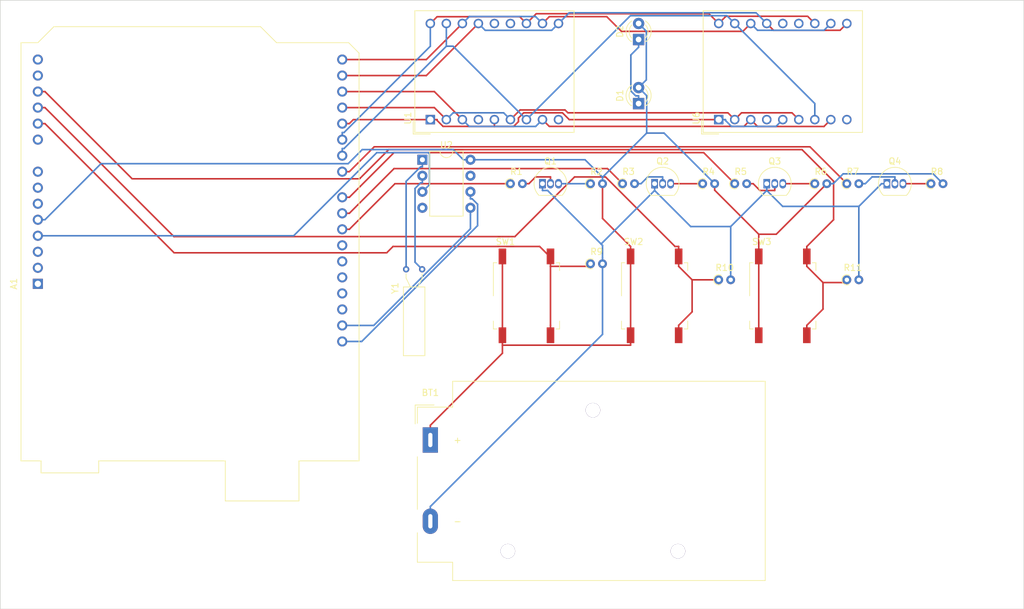
<source format=kicad_pcb>
(kicad_pcb (version 20211014) (generator pcbnew)
  (layers (0 "F.Cu" signal) (31 "B.Cu" signal) (34 "B.Paste" user) (35 "F.Paste" user) (36 "B.SilkS" user "B.Silkscreen") (37 "F.SilkS" user "F.Silkscreen") (38 "B.Mask" user) (39 "F.Mask" user) (44 "Edge.Cuts" user))
  (net 0 "")
  (net 4 "3.3V")
  (net 5 "5V")
  (net 10 "SDB1")
  (net 11 "ICB2")
  (net 12 "FCB3")
  (net 15 "A1")
  (net 16 "A2")
  (net 17 "A3")
  (net 18 "A4")
  (net 19 "A5")
  (net 20 "A6")
  (net 21 "A7")
  (net 22 "D4")
  (net 23 "D3")
  (net 24 "D2")
  (net 25 "D1")
  (net 30 "SDL")
  (net 31 "SCL")
  (net 32 "GND")
  (net 33 "Net-(Q1-Pad2)")
  (net 34 "C1")
  (net 35 "Net-(Q2-Pad2)")
  (net 36 "C2")
  (net 37 "Net-(Q3-Pad2)")
  (net 38 "C3")
  (net 39 "Net-(Q4-Pad2)")
  (net 40 "C4")
  (net 45 "Net-(U2-Pad1)")
  (net 46 "Net-(U2-Pad2)")
  (net 53 "Net-(D1-Pad1)")
  (net 54 "Net-(U2-Pad4)")
  (footprint "LED_THT:LED_D3.0mm" (layer "F.Cu") (at 113.90065 31.115 90)
    (fp_text reference "D1" (at 1.27 -2.96 90) (layer "F.SilkS"))
    (fp_text value "LED")
    (pad "1" thru_hole rect (at 0 0 90) (size 1.8 1.8) (drill 0.9) (layers *.Cu *.Mask) (net 53 "Net-(D1-Pad1)"))
    (pad "2" thru_hole circle (at 2.54 0 90) (size 1.8 1.8) (drill 0.9) (layers *.Cu *.Mask) (net 5 "5V"))
  )
  (footprint "Crystal:Crystal_AT310_D3.0mm_L10.0mm_Horizontal" (layer "F.Cu") (at 77.04065 57.385)
    (fp_text reference "Y1" (at -1.75 3 90) (layer "F.SilkS"))
    (fp_text value "Crystal")
    (pad "1" thru_hole circle (at 0 0) (size 1 1) (drill 0.5) (layers *.Cu *.Mask) (net 45 "Net-(U2-Pad1)"))
    (pad "2" thru_hole circle (at 2.54 0) (size 1 1) (drill 0.5) (layers *.Cu *.Mask) (net 46 "Net-(U2-Pad2)"))
  )
  (footprint "Button_Switch_SMD:SW_MEC_5GSH9" (layer "F.Cu") (at 116.44065 61.595)
    (fp_text reference "SW2" (at -3.325 -8.575 180) (layer "F.SilkS"))
    (fp_text value "SW_MEC_5G")
    (pad "1" smd rect (at -3.81 -6.25 90) (size 2.5 1.2) (layers "F.Cu" "F.Paste" "F.Mask") (net 5 "5V"))
    (pad "2" smd rect (at -3.81 6.25 90) (size 2.5 1.2) (layers "F.Cu" "F.Paste" "F.Mask") (net 5 "5V"))
    (pad "3" smd rect (at 3.81 -6.25 90) (size 2.5 1.2) (layers "F.Cu" "F.Paste" "F.Mask") (net 11 "ICB2"))
    (pad "4" smd rect (at 3.81 6.25 90) (size 2.5 1.2) (layers "F.Cu" "F.Paste" "F.Mask") (net 11 "ICB2"))
  )
  (footprint "Resistor_THT:R_Axial_DIN0204_L3.6mm_D1.6mm_P1.90mm_Vertical" (layer "F.Cu") (at 129.14065 43.815)
    (fp_text reference "R5" (at 0.95 -1.92) (layer "F.SilkS"))
    (fp_text value "200")
    (pad "1" thru_hole circle (at 0 0) (size 1.4 1.4) (drill 0.7) (layers *.Cu *.Mask) (net 23 "D3"))
    (pad "2" thru_hole oval (at 1.9 0) (size 1.4 1.4) (drill 0.7) (layers *.Cu *.Mask) (net 37 "Net-(Q3-Pad2)"))
  )
  (footprint "Button_Switch_SMD:SW_MEC_5GSH9" (layer "F.Cu") (at 96.12065 61.595)
    (fp_text reference "SW1" (at -3.325 -8.575 180) (layer "F.SilkS"))
    (fp_text value "SW_MEC_5G")
    (pad "1" smd rect (at -3.81 -6.25 90) (size 2.5 1.2) (layers "F.Cu" "F.Paste" "F.Mask") (net 5 "5V"))
    (pad "2" smd rect (at -3.81 6.25 90) (size 2.5 1.2) (layers "F.Cu" "F.Paste" "F.Mask") (net 5 "5V"))
    (pad "3" smd rect (at 3.81 -6.25 90) (size 2.5 1.2) (layers "F.Cu" "F.Paste" "F.Mask") (net 10 "SDB1"))
    (pad "4" smd rect (at 3.81 6.25 90) (size 2.5 1.2) (layers "F.Cu" "F.Paste" "F.Mask") (net 10 "SDB1"))
  )
  (footprint "Resistor_THT:R_Axial_DIN0204_L3.6mm_D1.6mm_P1.90mm_Vertical" (layer "F.Cu") (at 124.06065 43.815)
    (fp_text reference "R4" (at 0.95 -1.92) (layer "F.SilkS"))
    (fp_text value "200")
    (pad "1" thru_hole circle (at 0 0) (size 1.4 1.4) (drill 0.7) (layers *.Cu *.Mask) (net 36 "C2"))
    (pad "2" thru_hole oval (at 1.9 0) (size 1.4 1.4) (drill 0.7) (layers *.Cu *.Mask) (net 5 "5V"))
  )
  (footprint "Package_TO_SOT_THT:TO-92_Inline" (layer "F.Cu") (at 134.22065 43.815)
    (fp_text reference "Q3" (at 1.27 -3.56) (layer "F.SilkS"))
    (fp_text value "PN2222A")
    (pad "1" thru_hole rect (at 0 0) (size 1.05 1.5) (drill 0.75) (layers *.Cu *.Mask) (net 32 "GND"))
    (pad "2" thru_hole oval (at 1.27 0) (size 1.05 1.5) (drill 0.75) (layers *.Cu *.Mask) (net 37 "Net-(Q3-Pad2)"))
    (pad "3" thru_hole oval (at 2.54 0) (size 1.05 1.5) (drill 0.75) (layers *.Cu *.Mask) (net 38 "C3"))
  )
  (footprint "Resistor_THT:R_Axial_DIN0204_L3.6mm_D1.6mm_P1.90mm_Vertical" (layer "F.Cu") (at 93.58065 43.815)
    (fp_text reference "R1" (at 0.95 -1.92) (layer "F.SilkS"))
    (fp_text value "200")
    (pad "1" thru_hole circle (at 0 0) (size 1.4 1.4) (drill 0.7) (layers *.Cu *.Mask) (net 25 "D1"))
    (pad "2" thru_hole oval (at 1.9 0) (size 1.4 1.4) (drill 0.7) (layers *.Cu *.Mask) (net 33 "Net-(Q1-Pad2)"))
  )
  (footprint "Resistor_THT:R_Axial_DIN0204_L3.6mm_D1.6mm_P1.90mm_Vertical" (layer "F.Cu") (at 160.26065 43.815)
    (fp_text reference "R8" (at 0.95 -1.92) (layer "F.SilkS"))
    (fp_text value "200")
    (pad "1" thru_hole circle (at 0 0) (size 1.4 1.4) (drill 0.7) (layers *.Cu *.Mask) (net 40 "C4"))
    (pad "2" thru_hole oval (at 1.9 0) (size 1.4 1.4) (drill 0.7) (layers *.Cu *.Mask) (net 5 "5V"))
  )
  (footprint "Battery:BatteryHolder_MPD_BA9VPC_1xPP3" (layer "F.Cu") (at 80.88065 84.455)
    (fp_text reference "BT1" (at 0 -7.5) (layer "F.SilkS"))
    (fp_text value "Battery")
    (fp_text user "-" (at 3.6 12.88) (layer "F.SilkS") (effects (justify left)))
    (fp_text user "+" (at 3.6 0) (layer "F.SilkS") (effects (justify left)))
    (pad "" np_thru_hole circle locked (at 25.78 -4.73) (size 2.3 2.3) (drill 2.29) (layers *.Cu *.Mask))
    (pad "" np_thru_hole circle locked (at 39.26 17.62) (size 2.3 2.3) (drill 2.29) (layers *.Cu *.Mask))
    (pad "" np_thru_hole circle locked (at 12.29 17.62) (size 2.3 2.3) (drill 2.29) (layers *.Cu *.Mask))
    (pad "1" thru_hole rect locked (at 0 0) (size 2.41 4.02) (drill oval 0.66 2.27) (layers *.Cu *.Mask) (net 5 "5V"))
    (pad "2" thru_hole oval locked (at 0 12.88) (size 2.41 4.02) (drill oval 0.66 2.27) (layers *.Cu *.Mask) (net 32 "GND"))
  )
  (footprint "Package_TO_SOT_THT:TO-92_Inline" (layer "F.Cu") (at 153.27065 43.815)
    (fp_text reference "Q4" (at 1.27 -3.56) (layer "F.SilkS"))
    (fp_text value "PN2222A")
    (pad "1" thru_hole rect (at 0 0) (size 1.05 1.5) (drill 0.75) (layers *.Cu *.Mask) (net 32 "GND"))
    (pad "2" thru_hole oval (at 1.27 0) (size 1.05 1.5) (drill 0.75) (layers *.Cu *.Mask) (net 39 "Net-(Q4-Pad2)"))
    (pad "3" thru_hole oval (at 2.54 0) (size 1.05 1.5) (drill 0.75) (layers *.Cu *.Mask) (net 40 "C4"))
  )
  (footprint "Resistor_THT:R_Axial_DIN0204_L3.6mm_D1.6mm_P1.90mm_Vertical" (layer "F.Cu") (at 106.28065 43.815)
    (fp_text reference "R2" (at 0.95 -1.92) (layer "F.SilkS"))
    (fp_text value "200")
    (pad "1" thru_hole circle (at 0 0) (size 1.4 1.4) (drill 0.7) (layers *.Cu *.Mask) (net 34 "C1"))
    (pad "2" thru_hole oval (at 1.9 0) (size 1.4 1.4) (drill 0.7) (layers *.Cu *.Mask) (net 5 "5V"))
  )
  (footprint "Package_TO_SOT_THT:TO-92_Inline" (layer "F.Cu") (at 98.66065 43.815)
    (fp_text reference "Q1" (at 1.27 -3.56) (layer "F.SilkS"))
    (fp_text value "PN2222A")
    (pad "1" thru_hole rect (at 0 0) (size 1.05 1.5) (drill 0.75) (layers *.Cu *.Mask) (net 32 "GND"))
    (pad "2" thru_hole oval (at 1.27 0) (size 1.05 1.5) (drill 0.75) (layers *.Cu *.Mask) (net 33 "Net-(Q1-Pad2)"))
    (pad "3" thru_hole oval (at 2.54 0) (size 1.05 1.5) (drill 0.75) (layers *.Cu *.Mask) (net 34 "C1"))
  )
  (footprint "Resistor_THT:R_Axial_DIN0204_L3.6mm_D1.6mm_P1.90mm_Vertical" (layer "F.Cu") (at 146.92065 43.815)
    (fp_text reference "R7" (at 0.95 -1.92) (layer "F.SilkS"))
    (fp_text value "200")
    (pad "1" thru_hole circle (at 0 0) (size 1.4 1.4) (drill 0.7) (layers *.Cu *.Mask) (net 22 "D4"))
    (pad "2" thru_hole oval (at 1.9 0) (size 1.4 1.4) (drill 0.7) (layers *.Cu *.Mask) (net 39 "Net-(Q4-Pad2)"))
  )
  (footprint "Display_7Segment:DA56-11SURKWA" (layer "F.Cu") (at 80.88065 33.655 90)
    (fp_text reference "U1" (at 0.23 -3.55 90) (layer "F.SilkS"))
    (fp_text value "DC56-11EWA")
    (pad "1" thru_hole rect (at 0 0 90) (size 1.5 1.5) (drill 1) (layers *.Cu *.Mask) (net 19 "A5"))
    (pad "2" thru_hole circle (at 0 2.54 90) (size 1.5 1.5) (drill 1) (layers *.Cu *.Mask) (net 18 "A4"))
    (pad "3" thru_hole circle (at 0 5.08 90) (size 1.5 1.5) (drill 1) (layers *.Cu *.Mask) (net 17 "A3"))
    (pad "4" thru_hole circle (at 0 7.62 90) (size 1.5 1.5) (drill 1) (layers *.Cu *.Mask))
    (pad "5" thru_hole circle (at 0 10.16 90) (size 1.5 1.5) (drill 1) (layers *.Cu *.Mask) (net 19 "A5"))
    (pad "6" thru_hole circle (at 0 12.7 90) (size 1.5 1.5) (drill 1) (layers *.Cu *.Mask) (net 18 "A4"))
    (pad "7" thru_hole circle (at 0 15.24 90) (size 1.5 1.5) (drill 1) (layers *.Cu *.Mask) (net 21 "A7"))
    (pad "8" thru_hole circle (at 0 17.78 90) (size 1.5 1.5) (drill 1) (layers *.Cu *.Mask) (net 17 "A3"))
    (pad "9" thru_hole circle (at 0 20.32 90) (size 1.5 1.5) (drill 1) (layers *.Cu *.Mask))
    (pad "10" thru_hole circle (at 15.24 20.32 90) (size 1.5 1.5) (drill 1) (layers *.Cu *.Mask) (net 16 "A2"))
    (pad "11" thru_hole circle (at 15.24 17.78 90) (size 1.5 1.5) (drill 1) (layers *.Cu *.Mask) (net 15 "A1"))
    (pad "12" thru_hole circle (at 15.24 15.24 90) (size 1.5 1.5) (drill 1) (layers *.Cu *.Mask) (net 20 "A6"))
    (pad "13" thru_hole circle (at 15.24 12.7 90) (size 1.5 1.5) (drill 1) (layers *.Cu *.Mask))
    (pad "14" thru_hole circle (at 15.24 10.16 90) (size 1.5 1.5) (drill 1) (layers *.Cu *.Mask))
    (pad "15" thru_hole circle (at 15.24 7.62 90) (size 1.5 1.5) (drill 1) (layers *.Cu *.Mask) (net 16 "A2"))
    (pad "16" thru_hole circle (at 15.24 5.08 90) (size 1.5 1.5) (drill 1) (layers *.Cu *.Mask) (net 15 "A1"))
    (pad "17" thru_hole circle (at 15.24 2.54 90) (size 1.5 1.5) (drill 1) (layers *.Cu *.Mask) (net 21 "A7"))
    (pad "18" thru_hole circle (at 15.24 0 90) (size 1.5 1.5) (drill 1) (layers *.Cu *.Mask) (net 20 "A6"))
  )
  (footprint "Package_TO_SOT_THT:TO-92_Inline" (layer "F.Cu") (at 116.44065 43.815)
    (fp_text reference "Q2" (at 1.27 -3.56) (layer "F.SilkS"))
    (fp_text value "PN2222A")
    (pad "1" thru_hole rect (at 0 0) (size 1.05 1.5) (drill 0.75) (layers *.Cu *.Mask) (net 32 "GND"))
    (pad "2" thru_hole oval (at 1.27 0) (size 1.05 1.5) (drill 0.75) (layers *.Cu *.Mask) (net 35 "Net-(Q2-Pad2)"))
    (pad "3" thru_hole oval (at 2.54 0) (size 1.05 1.5) (drill 0.75) (layers *.Cu *.Mask) (net 36 "C2"))
  )
  (footprint "Resistor_THT:R_Axial_DIN0204_L3.6mm_D1.6mm_P1.90mm_Vertical" (layer "F.Cu") (at 111.36065 43.815)
    (fp_text reference "R3" (at 0.95 -1.92) (layer "F.SilkS"))
    (fp_text value "200")
    (pad "1" thru_hole circle (at 0 0) (size 1.4 1.4) (drill 0.7) (layers *.Cu *.Mask) (net 24 "D2"))
    (pad "2" thru_hole oval (at 1.9 0) (size 1.4 1.4) (drill 0.7) (layers *.Cu *.Mask) (net 35 "Net-(Q2-Pad2)"))
  )
  (footprint "Resistor_THT:R_Axial_DIN0204_L3.6mm_D1.6mm_P1.90mm_Vertical" (layer "F.Cu") (at 146.92065 59.055)
    (fp_text reference "R11" (at 0.95 -1.92) (layer "F.SilkS"))
    (fp_text value "10k")
    (pad "1" thru_hole circle (at 0 0) (size 1.4 1.4) (drill 0.7) (layers *.Cu *.Mask) (net 12 "FCB3"))
    (pad "2" thru_hole oval (at 1.9 0) (size 1.4 1.4) (drill 0.7) (layers *.Cu *.Mask) (net 32 "GND"))
  )
  (footprint "Resistor_THT:R_Axial_DIN0204_L3.6mm_D1.6mm_P1.90mm_Vertical" (layer "F.Cu") (at 141.84065 43.815)
    (fp_text reference "R6" (at 0.95 -1.92) (layer "F.SilkS"))
    (fp_text value "200")
    (pad "1" thru_hole circle (at 0 0) (size 1.4 1.4) (drill 0.7) (layers *.Cu *.Mask) (net 38 "C3"))
    (pad "2" thru_hole oval (at 1.9 0) (size 1.4 1.4) (drill 0.7) (layers *.Cu *.Mask) (net 5 "5V"))
  )
  (footprint "Button_Switch_SMD:SW_MEC_5GSH9" (layer "F.Cu") (at 136.76065 61.595)
    (fp_text reference "SW3" (at -3.325 -8.575 180) (layer "F.SilkS"))
    (fp_text value "SW_MEC_5G")
    (pad "1" smd rect (at -3.81 -6.25 90) (size 2.5 1.2) (layers "F.Cu" "F.Paste" "F.Mask") (net 5 "5V"))
    (pad "2" smd rect (at -3.81 6.25 90) (size 2.5 1.2) (layers "F.Cu" "F.Paste" "F.Mask") (net 5 "5V"))
    (pad "3" smd rect (at 3.81 -6.25 90) (size 2.5 1.2) (layers "F.Cu" "F.Paste" "F.Mask") (net 12 "FCB3"))
    (pad "4" smd rect (at 3.81 6.25 90) (size 2.5 1.2) (layers "F.Cu" "F.Paste" "F.Mask") (net 12 "FCB3"))
  )
  (footprint "Display_7Segment:DA56-11SURKWA" (layer "F.Cu") (at 126.60065 33.655 90)
    (fp_text reference "U6" (at 0.23 -3.55 90) (layer "F.SilkS"))
    (fp_text value "DC56-11EWA")
    (pad "1" thru_hole rect (at 0 0 90) (size 1.5 1.5) (drill 1) (layers *.Cu *.Mask) (net 19 "A5"))
    (pad "2" thru_hole circle (at 0 2.54 90) (size 1.5 1.5) (drill 1) (layers *.Cu *.Mask) (net 18 "A4"))
    (pad "3" thru_hole circle (at 0 5.08 90) (size 1.5 1.5) (drill 1) (layers *.Cu *.Mask) (net 17 "A3"))
    (pad "4" thru_hole circle (at 0 7.62 90) (size 1.5 1.5) (drill 1) (layers *.Cu *.Mask))
    (pad "5" thru_hole circle (at 0 10.16 90) (size 1.5 1.5) (drill 1) (layers *.Cu *.Mask) (net 19 "A5"))
    (pad "6" thru_hole circle (at 0 12.7 90) (size 1.5 1.5) (drill 1) (layers *.Cu *.Mask) (net 18 "A4"))
    (pad "7" thru_hole circle (at 0 15.24 90) (size 1.5 1.5) (drill 1) (layers *.Cu *.Mask) (net 21 "A7"))
    (pad "8" thru_hole circle (at 0 17.78 90) (size 1.5 1.5) (drill 1) (layers *.Cu *.Mask) (net 17 "A3"))
    (pad "9" thru_hole circle (at 0 20.32 90) (size 1.5 1.5) (drill 1) (layers *.Cu *.Mask))
    (pad "10" thru_hole circle (at 15.24 20.32 90) (size 1.5 1.5) (drill 1) (layers *.Cu *.Mask) (net 16 "A2"))
    (pad "11" thru_hole circle (at 15.24 17.78 90) (size 1.5 1.5) (drill 1) (layers *.Cu *.Mask) (net 15 "A1"))
    (pad "12" thru_hole circle (at 15.24 15.24 90) (size 1.5 1.5) (drill 1) (layers *.Cu *.Mask) (net 20 "A6"))
    (pad "13" thru_hole circle (at 15.24 12.7 90) (size 1.5 1.5) (drill 1) (layers *.Cu *.Mask))
    (pad "14" thru_hole circle (at 15.24 10.16 90) (size 1.5 1.5) (drill 1) (layers *.Cu *.Mask))
    (pad "15" thru_hole circle (at 15.24 7.62 90) (size 1.5 1.5) (drill 1) (layers *.Cu *.Mask) (net 16 "A2"))
    (pad "16" thru_hole circle (at 15.24 5.08 90) (size 1.5 1.5) (drill 1) (layers *.Cu *.Mask) (net 15 "A1"))
    (pad "17" thru_hole circle (at 15.24 2.54 90) (size 1.5 1.5) (drill 1) (layers *.Cu *.Mask) (net 21 "A7"))
    (pad "18" thru_hole circle (at 15.24 0 90) (size 1.5 1.5) (drill 1) (layers *.Cu *.Mask) (net 20 "A6"))
  )
  (footprint "Module:Arduino_UNO_R3_WithMountingHoles" (layer "F.Cu") (at 18.65065 59.69 90)
    (fp_text reference "A1" (at 0 -3.81 90) (layer "F.SilkS"))
    (fp_text value "Arduino_UNO_R3")
    (pad "" np_thru_hole circle (at -13.97 0 180) (size 3.2 3.2) (drill 3.2) (layers *.Cu *.Mask))
    (pad "" np_thru_hole circle (at 38.1 5.08 180) (size 3.2 3.2) (drill 3.2) (layers *.Cu *.Mask))
    (pad "" np_thru_hole circle (at -12.7 48.26 180) (size 3.2 3.2) (drill 3.2) (layers *.Cu *.Mask))
    (pad "" np_thru_hole circle (at 38.1 33.02 180) (size 3.2 3.2) (drill 3.2) (layers *.Cu *.Mask))
    (pad "1" thru_hole rect (at 0 0 180) (size 1.6 1.6) (drill 1) (layers *.Cu *.Mask))
    (pad "2" thru_hole oval (at 2.54 0 180) (size 1.6 1.6) (drill 1) (layers *.Cu *.Mask))
    (pad "3" thru_hole oval (at 5.08 0 180) (size 1.6 1.6) (drill 1) (layers *.Cu *.Mask))
    (pad "4" thru_hole oval (at 7.62 0 180) (size 1.6 1.6) (drill 1) (layers *.Cu *.Mask) (net 4 "3.3V"))
    (pad "5" thru_hole oval (at 10.16 0 180) (size 1.6 1.6) (drill 1) (layers *.Cu *.Mask) (net 5 "5V"))
    (pad "6" thru_hole oval (at 12.7 0 180) (size 1.6 1.6) (drill 1) (layers *.Cu *.Mask))
    (pad "7" thru_hole oval (at 15.24 0 180) (size 1.6 1.6) (drill 1) (layers *.Cu *.Mask))
    (pad "8" thru_hole oval (at 17.78 0 180) (size 1.6 1.6) (drill 1) (layers *.Cu *.Mask))
    (pad "9" thru_hole oval (at 22.86 0 180) (size 1.6 1.6) (drill 1) (layers *.Cu *.Mask))
    (pad "10" thru_hole oval (at 25.4 0 180) (size 1.6 1.6) (drill 1) (layers *.Cu *.Mask) (net 10 "SDB1"))
    (pad "11" thru_hole oval (at 27.94 0 180) (size 1.6 1.6) (drill 1) (layers *.Cu *.Mask) (net 11 "ICB2"))
    (pad "12" thru_hole oval (at 30.48 0 180) (size 1.6 1.6) (drill 1) (layers *.Cu *.Mask) (net 12 "FCB3"))
    (pad "13" thru_hole oval (at 33.02 0 180) (size 1.6 1.6) (drill 1) (layers *.Cu *.Mask))
    (pad "14" thru_hole oval (at 35.56 0 180) (size 1.6 1.6) (drill 1) (layers *.Cu *.Mask))
    (pad "15" thru_hole oval (at 35.56 48.26 180) (size 1.6 1.6) (drill 1) (layers *.Cu *.Mask) (net 15 "A1"))
    (pad "16" thru_hole oval (at 33.02 48.26 180) (size 1.6 1.6) (drill 1) (layers *.Cu *.Mask) (net 16 "A2"))
    (pad "17" thru_hole oval (at 30.48 48.26 180) (size 1.6 1.6) (drill 1) (layers *.Cu *.Mask) (net 17 "A3"))
    (pad "18" thru_hole oval (at 27.94 48.26 180) (size 1.6 1.6) (drill 1) (layers *.Cu *.Mask) (net 18 "A4"))
    (pad "19" thru_hole oval (at 25.4 48.26 180) (size 1.6 1.6) (drill 1) (layers *.Cu *.Mask) (net 19 "A5"))
    (pad "20" thru_hole oval (at 22.86 48.26 180) (size 1.6 1.6) (drill 1) (layers *.Cu *.Mask) (net 20 "A6"))
    (pad "21" thru_hole oval (at 20.32 48.26 180) (size 1.6 1.6) (drill 1) (layers *.Cu *.Mask) (net 21 "A7"))
    (pad "22" thru_hole oval (at 17.78 48.26 180) (size 1.6 1.6) (drill 1) (layers *.Cu *.Mask) (net 22 "D4"))
    (pad "23" thru_hole oval (at 13.72 48.26 180) (size 1.6 1.6) (drill 1) (layers *.Cu *.Mask) (net 23 "D3"))
    (pad "24" thru_hole oval (at 11.18 48.26 180) (size 1.6 1.6) (drill 1) (layers *.Cu *.Mask) (net 24 "D2"))
    (pad "25" thru_hole oval (at 8.64 48.26 180) (size 1.6 1.6) (drill 1) (layers *.Cu *.Mask) (net 25 "D1"))
    (pad "26" thru_hole oval (at 6.1 48.26 180) (size 1.6 1.6) (drill 1) (layers *.Cu *.Mask))
    (pad "27" thru_hole oval (at 3.56 48.26 180) (size 1.6 1.6) (drill 1) (layers *.Cu *.Mask))
    (pad "28" thru_hole oval (at 1.02 48.26 180) (size 1.6 1.6) (drill 1) (layers *.Cu *.Mask))
    (pad "29" thru_hole oval (at -1.52 48.26 180) (size 1.6 1.6) (drill 1) (layers *.Cu *.Mask))
    (pad "30" thru_hole oval (at -4.06 48.26 180) (size 1.6 1.6) (drill 1) (layers *.Cu *.Mask))
    (pad "31" thru_hole oval (at -6.6 48.26 180) (size 1.6 1.6) (drill 1) (layers *.Cu *.Mask) (net 30 "SDL"))
    (pad "32" thru_hole oval (at -9.14 48.26 180) (size 1.6 1.6) (drill 1) (layers *.Cu *.Mask) (net 31 "SCL"))
  )
  (footprint "LED_THT:LED_D3.0mm" (layer "F.Cu") (at 113.90065 20.955 90)
    (fp_text reference "D2" (at 1.27 -2.96 90) (layer "F.SilkS"))
    (fp_text value "LED")
    (pad "1" thru_hole rect (at 0 0 90) (size 1.8 1.8) (drill 0.9) (layers *.Cu *.Mask) (net 53 "Net-(D1-Pad1)"))
    (pad "2" thru_hole circle (at 2.54 0 90) (size 1.8 1.8) (drill 0.9) (layers *.Cu *.Mask) (net 5 "5V"))
  )
  (footprint "Resistor_THT:R_Axial_DIN0204_L3.6mm_D1.6mm_P1.90mm_Vertical" (layer "F.Cu") (at 126.60065 59.055)
    (fp_text reference "R10" (at 0.95 -1.92) (layer "F.SilkS"))
    (fp_text value "10k")
    (pad "1" thru_hole circle (at 0 0) (size 1.4 1.4) (drill 0.7) (layers *.Cu *.Mask) (net 11 "ICB2"))
    (pad "2" thru_hole oval (at 1.9 0) (size 1.4 1.4) (drill 0.7) (layers *.Cu *.Mask) (net 32 "GND"))
  )
  (footprint "Package_DIP:DIP-8_W7.62mm" (layer "F.Cu") (at 79.62065 40.015)
    (fp_text reference "U2" (at 3.81 -2.33) (layer "F.SilkS"))
    (fp_text value "DS1307+")
    (pad "1" thru_hole rect (at 0 0) (size 1.6 1.6) (drill 0.8) (layers *.Cu *.Mask) (net 45 "Net-(U2-Pad1)"))
    (pad "2" thru_hole oval (at 0 2.54) (size 1.6 1.6) (drill 0.8) (layers *.Cu *.Mask) (net 46 "Net-(U2-Pad2)"))
    (pad "3" thru_hole oval (at 0 5.08) (size 1.6 1.6) (drill 0.8) (layers *.Cu *.Mask) (net 4 "3.3V"))
    (pad "4" thru_hole oval (at 0 7.62) (size 1.6 1.6) (drill 0.8) (layers *.Cu *.Mask) (net 54 "Net-(U2-Pad4)"))
    (pad "5" thru_hole oval (at 7.62 7.62) (size 1.6 1.6) (drill 0.8) (layers *.Cu *.Mask) (net 30 "SDL"))
    (pad "6" thru_hole oval (at 7.62 5.08) (size 1.6 1.6) (drill 0.8) (layers *.Cu *.Mask) (net 31 "SCL"))
    (pad "7" thru_hole oval (at 7.62 2.54) (size 1.6 1.6) (drill 0.8) (layers *.Cu *.Mask))
    (pad "8" thru_hole oval (at 7.62 0) (size 1.6 1.6) (drill 0.8) (layers *.Cu *.Mask) (net 5 "5V"))
  )
  (footprint "Resistor_THT:R_Axial_DIN0204_L3.6mm_D1.6mm_P1.90mm_Vertical" (layer "F.Cu") (at 106.28065 56.515)
    (fp_text reference "R9" (at 0.95 -1.92) (layer "F.SilkS"))
    (fp_text value "10k")
    (pad "1" thru_hole circle (at 0 0) (size 1.4 1.4) (drill 0.7) (layers *.Cu *.Mask) (net 10 "SDB1"))
    (pad "2" thru_hole oval (at 1.9 0) (size 1.4 1.4) (drill 0.7) (layers *.Cu *.Mask) (net 32 "GND"))
  )
  (gr_line (start 12.7 14.74) (end 174.98065 14.74) (layer "Edge.Cuts") (width 0.1))
  (gr_line (start 174.98065 111.26) (end 12.7 111.26) (layer "Edge.Cuts") (width 0.1))
  (gr_line (start 174.98065 111.26) (end 174.98065 14.74) (layer "Edge.Cuts") (width 0.1))
  (gr_line (start 12.7 111.26) (end 12.7 14.74) (layer "Edge.Cuts") (width 0.1))
  (segment (start 80.74605 43.9696) (end 80.74605 39.0684) (width 0.25) (layer "B.Cu") (net 4))
  (segment (start 59.21175 52.07) (end 18.65065 52.07) (width 0.25) (layer "B.Cu") (net 4))
  (segment (start 80.74605 39.0684) (end 80.56725 38.8896) (width 0.25) (layer "B.Cu") (net 4))
  (segment (start 80.56725 38.8896) (end 72.39215 38.8896) (width 0.25) (layer "B.Cu") (net 4))
  (segment (start 79.62065 45.095) (end 80.74605 43.9696) (width 0.25) (layer "B.Cu") (net 4))
  (segment (start 72.39215 38.8896) (end 59.21175 52.07) (width 0.25) (layer "B.Cu") (net 4))
  (segment (start 132.95065 67.845) (end 132.95065 55.345) (width 0.25) (layer "F.Cu") (net 5))
  (segment (start 112.63065 55.345) (end 112.63065 53.7697) (width 0.25) (layer "F.Cu") (net 5))
  (segment (start 135.72535 51.8303) (end 143.74065 43.815) (width 0.25) (layer "F.Cu") (net 5))
  (segment (start 132.95065 51.8303) (end 135.72535 51.8303) (width 0.25) (layer "F.Cu") (net 5))
  (segment (start 80.88065 82.1197) (end 92.31065 70.6897) (width 0.25) (layer "F.Cu") (net 5))
  (segment (start 92.31065 70.6897) (end 92.31065 69.4203) (width 0.25) (layer "F.Cu") (net 5))
  (segment (start 108.18065 43.815) (end 108.18065 49.3197) (width 0.25) (layer "F.Cu") (net 5))
  (segment (start 112.63065 55.345) (end 112.63065 67.845) (width 0.25) (layer "F.Cu") (net 5))
  (segment (start 92.31065 67.845) (end 92.31065 55.345) (width 0.25) (layer "F.Cu") (net 5))
  (segment (start 92.31065 69.4203) (end 112.63065 69.4203) (width 0.25) (layer "F.Cu") (net 5))
  (segment (start 125.96065 44.8403) (end 132.95065 51.8303) (width 0.25) (layer "F.Cu") (net 5))
  (segment (start 125.96065 43.815) (end 125.96065 44.8403) (width 0.25) (layer "F.Cu") (net 5))
  (segment (start 108.18065 49.3197) (end 112.63065 53.7697) (width 0.25) (layer "F.Cu") (net 5))
  (segment (start 132.95065 51.8303) (end 132.95065 55.345) (width 0.25) (layer "F.Cu") (net 5))
  (segment (start 92.31065 67.845) (end 92.31065 69.4203) (width 0.25) (layer "F.Cu") (net 5))
  (segment (start 80.88065 84.455) (end 80.88065 82.1197) (width 0.25) (layer "F.Cu") (net 5))
  (segment (start 112.63065 67.845) (end 112.63065 69.4203) (width 0.25) (layer "F.Cu") (net 5))
  (segment (start 86.67805 40.015) (end 86.11535 40.015) (width 0.25) (layer "B.Cu") (net 5))
  (segment (start 19.77595 49.53) (end 28.66595 40.64) (width 0.25) (layer "B.Cu") (net 5))
  (segment (start 160.59965 42.254) (end 162.16065 43.815) (width 0.25) (layer "B.Cu") (net 5))
  (segment (start 146.32695 42.254) (end 160.59965 42.254) (width 0.25) (layer "B.Cu") (net 5))
  (segment (start 143.74065 43.815) (end 144.76595 43.815) (width 0.25) (layer "B.Cu") (net 5))
  (segment (start 115.12605 27.3496) (end 113.90065 28.575) (width 0.25) (layer "B.Cu") (net 5))
  (segment (start 28.66595 40.64) (end 67.85405 40.64) (width 0.25) (layer "B.Cu") (net 5))
  (segment (start 87.24065 40.015) (end 105.40595 40.015) (width 0.25) (layer "B.Cu") (net 5))
  (segment (start 125.96065 43.815) (end 117.93765 35.792) (width 0.25) (layer "B.Cu") (net 5))
  (segment (start 18.65065 49.53) (end 19.77595 49.53) (width 0.25) (layer "B.Cu") (net 5))
  (segment (start 108.18065 43.815) (end 108.18065 42.7897) (width 0.25) (layer "B.Cu") (net 5))
  (segment (start 67.85405 40.64) (end 70.08625 38.4078) (width 0.25) (layer "B.Cu") (net 5))
  (segment (start 115.12605 19.6404) (end 115.12605 27.3496) (width 0.25) (layer "B.Cu") (net 5))
  (segment (start 113.90065 28.575) (end 115.17835 29.8527) (width 0.25) (layer "B.Cu") (net 5))
  (segment (start 115.17835 29.8527) (end 115.17835 35.792) (width 0.25) (layer "B.Cu") (net 5))
  (segment (start 105.40595 40.015) (end 108.18065 42.7897) (width 0.25) (layer "B.Cu") (net 5))
  (segment (start 70.08625 38.4078) (end 84.50815 38.4078) (width 0.25) (layer "B.Cu") (net 5))
  (segment (start 144.76595 43.815) (end 146.32695 42.254) (width 0.25) (layer "B.Cu") (net 5))
  (segment (start 86.67805 40.015) (end 87.24065 40.015) (width 0.25) (layer "B.Cu") (net 5))
  (segment (start 113.90065 18.415) (end 115.12605 19.6404) (width 0.25) (layer "B.Cu") (net 5))
  (segment (start 84.50815 38.4078) (end 86.11535 40.015) (width 0.25) (layer "B.Cu") (net 5))
  (segment (start 115.17835 35.792) (end 108.18065 42.7897) (width 0.25) (layer "B.Cu") (net 5))
  (segment (start 117.93765 35.792) (end 115.17835 35.792) (width 0.25) (layer "B.Cu") (net 5))
  (segment (start 99.93065 55.5299) (end 99.93065 56.9203) (width 0.25) (layer "F.Cu") (net 10))
  (segment (start 106.28065 56.515) (end 105.87535 56.9203) (width 0.25) (layer "F.Cu") (net 10))
  (segment (start 105.87535 56.9203) (end 99.93065 56.9203) (width 0.25) (layer "F.Cu") (net 10))
  (segment (start 18.65065 34.29) (end 19.77595 34.29) (width 0.25) (layer "F.Cu") (net 10))
  (segment (start 74.96635 53.7696) (end 73.96675 54.7692) (width 0.25) (layer "F.Cu") (net 10))
  (segment (start 40.25515 54.7692) (end 19.77595 34.29) (width 0.25) (layer "F.Cu") (net 10))
  (segment (start 99.93065 67.845) (end 99.93065 66.2697) (width 0.25) (layer "F.Cu") (net 10))
  (segment (start 98.21065 53.7696) (end 74.96635 53.7696) (width 0.25) (layer "F.Cu") (net 10))
  (segment (start 99.93065 56.9203) (end 99.93065 66.2697) (width 0.25) (layer "F.Cu") (net 10))
  (segment (start 99.93065 55.345) (end 99.93065 55.4896) (width 0.25) (layer "F.Cu") (net 10))
  (segment (start 99.93065 55.5299) (end 99.93065 55.4896) (width 0.25) (layer "F.Cu") (net 10))
  (segment (start 73.96675 54.7692) (end 40.25515 54.7692) (width 0.25) (layer "F.Cu") (net 10))
  (segment (start 99.93065 55.4896) (end 98.21065 53.7696) (width 0.25) (layer "F.Cu") (net 10))
  (segment (start 119.67695 53.7697) (end 108.65245 42.7452) (width 0.25) (layer "F.Cu") (net 11))
  (segment (start 122.38535 59.055) (end 120.25065 56.9203) (width 0.25) (layer "F.Cu") (net 11))
  (segment (start 103.74565 42.7452) (end 94.28855 52.2023) (width 0.25) (layer "F.Cu") (net 11))
  (segment (start 40.22825 52.2023) (end 19.77595 31.75) (width 0.25) (layer "F.Cu") (net 11))
  (segment (start 120.25065 67.845) (end 120.25065 66.2697) (width 0.25) (layer "F.Cu") (net 11))
  (segment (start 18.65065 31.75) (end 19.77595 31.75) (width 0.25) (layer "F.Cu") (net 11))
  (segment (start 122.38535 59.055) (end 122.38535 64.135) (width 0.25) (layer "F.Cu") (net 11))
  (segment (start 108.65245 42.7452) (end 103.74565 42.7452) (width 0.25) (layer "F.Cu") (net 11))
  (segment (start 120.25065 55.345) (end 120.25065 53.7697) (width 0.25) (layer "F.Cu") (net 11))
  (segment (start 120.25065 53.7697) (end 119.67695 53.7697) (width 0.25) (layer "F.Cu") (net 11))
  (segment (start 94.28855 52.2023) (end 40.22825 52.2023) (width 0.25) (layer "F.Cu") (net 11))
  (segment (start 126.60065 59.055) (end 122.38535 59.055) (width 0.25) (layer "F.Cu") (net 11))
  (segment (start 122.38535 64.135) (end 120.25065 66.2697) (width 0.25) (layer "F.Cu") (net 11))
  (segment (start 120.25065 55.345) (end 120.25065 56.9203) (width 0.25) (layer "F.Cu") (net 11))
  (segment (start 140.57065 66.2697) (end 143.13765 63.7027) (width 0.25) (layer "F.Cu") (net 12))
  (segment (start 33.60225 43.0363) (end 69.65835 43.0363) (width 0.25) (layer "F.Cu") (net 12))
  (segment (start 146.48835 59.4873) (end 143.13765 59.4873) (width 0.25) (layer "F.Cu") (net 12))
  (segment (start 146.92065 59.055) (end 146.48835 59.4873) (width 0.25) (layer "F.Cu") (net 12))
  (segment (start 144.81405 49.5263) (end 140.57065 53.7697) (width 0.25) (layer "F.Cu") (net 12))
  (segment (start 140.57065 67.845) (end 140.57065 66.2697) (width 0.25) (layer "F.Cu") (net 12))
  (segment (start 139.80935 38.4121) (end 144.81405 43.4168) (width 0.25) (layer "F.Cu") (net 12))
  (segment (start 144.81405 43.4168) (end 144.81405 49.5263) (width 0.25) (layer "F.Cu") (net 12))
  (segment (start 143.13765 59.4873) (end 140.57065 56.9203) (width 0.25) (layer "F.Cu") (net 12))
  (segment (start 69.65835 43.0363) (end 74.28255 38.4121) (width 0.25) (layer "F.Cu") (net 12))
  (segment (start 143.13765 63.7027) (end 143.13765 59.4873) (width 0.25) (layer "F.Cu") (net 12))
  (segment (start 19.77595 29.21) (end 33.60225 43.0363) (width 0.25) (layer "F.Cu") (net 12))
  (segment (start 140.57065 55.345) (end 140.57065 56.9203) (width 0.25) (layer "F.Cu") (net 12))
  (segment (start 140.57065 55.345) (end 140.57065 53.7697) (width 0.25) (layer "F.Cu") (net 12))
  (segment (start 18.65065 29.21) (end 19.77595 29.21) (width 0.25) (layer "F.Cu") (net 12))
  (segment (start 74.28255 38.4121) (end 139.80935 38.4121) (width 0.25) (layer "F.Cu") (net 12))
  (segment (start 130.43165 19.664) (end 131.68065 18.415) (width 0.25) (layer "F.Cu") (net 15))
  (segment (start 98.66065 18.415) (end 99.75045 17.3252) (width 0.25) (layer "F.Cu") (net 15))
  (segment (start 99.75045 17.3252) (end 108.84255 17.3252) (width 0.25) (layer "F.Cu") (net 15))
  (segment (start 80.24565 24.13) (end 66.91065 24.13) (width 0.25) (layer "F.Cu") (net 15))
  (segment (start 111.18135 19.664) (end 130.43165 19.664) (width 0.25) (layer "F.Cu") (net 15))
  (segment (start 85.96065 18.415) (end 80.24565 24.13) (width 0.25) (layer "F.Cu") (net 15))
  (segment (start 108.84255 17.3252) (end 111.18135 19.664) (width 0.25) (layer "F.Cu") (net 15))
  (segment (start 131.68065 18.415) (end 132.76015 19.4945) (width 0.25) (layer "B.Cu") (net 15))
  (segment (start 143.30115 19.4945) (end 144.38065 18.415) (width 0.25) (layer "B.Cu") (net 15))
  (segment (start 132.76015 19.4945) (end 143.30115 19.4945) (width 0.25) (layer "B.Cu") (net 15))
  (segment (start 87.06685 17.3088) (end 97.55445 17.3088) (width 0.25) (layer "B.Cu") (net 15))
  (segment (start 97.55445 17.3088) (end 98.66065 18.415) (width 0.25) (layer "B.Cu") (net 15))
  (segment (start 85.96065 18.415) (end 87.06685 17.3088) (width 0.25) (layer "B.Cu") (net 15))
  (segment (start 66.91065 26.67) (end 80.24565 26.67) (width 0.25) (layer "F.Cu") (net 16))
  (segment (start 135.30035 19.4947) (end 145.84095 19.4947) (width 0.25) (layer "F.Cu") (net 16))
  (segment (start 134.22065 18.415) (end 135.30035 19.4947) (width 0.25) (layer "F.Cu") (net 16))
  (segment (start 145.84095 19.4947) (end 146.92065 18.415) (width 0.25) (layer "F.Cu") (net 16))
  (segment (start 80.24565 26.67) (end 88.50065 18.415) (width 0.25) (layer "F.Cu") (net 16))
  (segment (start 132.52525 16.7196) (end 134.22065 18.415) (width 0.25) (layer "B.Cu") (net 16))
  (segment (start 101.20065 18.415) (end 102.89605 16.7196) (width 0.25) (layer "B.Cu") (net 16))
  (segment (start 89.58455 19.4989) (end 100.11675 19.4989) (width 0.25) (layer "B.Cu") (net 16))
  (segment (start 102.89605 16.7196) (end 132.52525 16.7196) (width 0.25) (layer "B.Cu") (net 16))
  (segment (start 100.11675 19.4989) (end 101.20065 18.415) (width 0.25) (layer "B.Cu") (net 16))
  (segment (start 88.50065 18.415) (end 89.58455 19.4989) (width 0.25) (layer "B.Cu") (net 16))
  (segment (start 99.73605 34.7304) (end 130.60525 34.7304) (width 0.25) (layer "F.Cu") (net 17))
  (segment (start 98.66065 33.655) (end 99.73605 34.7304) (width 0.25) (layer "F.Cu") (net 17))
  (segment (start 132.77115 34.7455) (end 131.68065 33.655) (width 0.25) (layer "F.Cu") (net 17))
  (segment (start 81.51565 29.21) (end 85.96065 33.655) (width 0.25) (layer "F.Cu") (net 17))
  (segment (start 143.29015 34.7455) (end 132.77115 34.7455) (width 0.25) (layer "F.Cu") (net 17))
  (segment (start 130.60525 34.7304) (end 131.68065 33.655) (width 0.25) (layer "F.Cu") (net 17))
  (segment (start 144.38065 33.655) (end 143.29015 34.7455) (width 0.25) (layer "F.Cu") (net 17))
  (segment (start 66.91065 29.21) (end 81.51565 29.21) (width 0.25) (layer "F.Cu") (net 17))
  (segment (start 98.66065 33.655) (end 97.57605 34.7396) (width 0.25) (layer "B.Cu") (net 17))
  (segment (start 87.04525 34.7396) (end 85.96065 33.655) (width 0.25) (layer "B.Cu") (net 17))
  (segment (start 97.57605 34.7396) (end 87.04525 34.7396) (width 0.25) (layer "B.Cu") (net 17))
  (segment (start 139.30065 33.655) (end 138.22065 32.575) (width 0.25) (layer "F.Cu") (net 18))
  (segment (start 102.23755 32.1247) (end 95.11095 32.1247) (width 0.25) (layer "F.Cu") (net 18))
  (segment (start 129.14065 33.655) (end 128.06065 32.575) (width 0.25) (layer "F.Cu") (net 18))
  (segment (start 81.51565 31.75) (end 83.42065 33.655) (width 0.25) (layer "F.Cu") (net 18))
  (segment (start 130.22065 32.575) (end 129.14065 33.655) (width 0.25) (layer "F.Cu") (net 18))
  (segment (start 128.06065 32.575) (end 102.68785 32.575) (width 0.25) (layer "F.Cu") (net 18))
  (segment (start 66.91065 31.75) (end 81.51565 31.75) (width 0.25) (layer "F.Cu") (net 18))
  (segment (start 138.22065 32.575) (end 130.22065 32.575) (width 0.25) (layer "F.Cu") (net 18))
  (segment (start 102.68785 32.575) (end 102.23755 32.1247) (width 0.25) (layer "F.Cu") (net 18))
  (segment (start 95.11095 32.1247) (end 93.58065 33.655) (width 0.25) (layer "F.Cu") (net 18))
  (segment (start 84.49895 32.5767) (end 92.50235 32.5767) (width 0.25) (layer "B.Cu") (net 18))
  (segment (start 92.50235 32.5767) (end 93.58065 33.655) (width 0.25) (layer "B.Cu") (net 18))
  (segment (start 83.42065 33.655) (end 84.49895 32.5767) (width 0.25) (layer "B.Cu") (net 18))
  (segment (start 80.88065 33.655) (end 81.95595 33.655) (width 0.25) (layer "F.Cu") (net 19))
  (segment (start 66.91065 34.29) (end 68.03595 34.29) (width 0.25) (layer "F.Cu") (net 19))
  (segment (start 91.04065 33.655) (end 91.04065 34.7303) (width 0.25) (layer "F.Cu") (net 19))
  (segment (start 101.82565 32.575) (end 102.90565 33.655) (width 0.25) (layer "F.Cu") (net 19))
  (segment (start 94.85065 33.9728) (end 94.85065 33.3994) (width 0.25) (layer "F.Cu") (net 19))
  (segment (start 95.67505 32.575) (end 101.82565 32.575) (width 0.25) (layer "F.Cu") (net 19))
  (segment (start 68.03595 34.29) (end 68.67095 33.655) (width 0.25) (layer "F.Cu") (net 19))
  (segment (start 102.90565 33.655) (end 126.60065 33.655) (width 0.25) (layer "F.Cu") (net 19))
  (segment (start 94.09315 34.7303) (end 94.85065 33.9728) (width 0.25) (layer "F.Cu") (net 19))
  (segment (start 81.95595 33.7895) (end 82.89675 34.7303) (width 0.25) (layer "F.Cu") (net 19))
  (segment (start 91.04065 34.7303) (end 94.09315 34.7303) (width 0.25) (layer "F.Cu") (net 19))
  (segment (start 94.85065 33.3994) (end 95.67505 32.575) (width 0.25) (layer "F.Cu") (net 19))
  (segment (start 81.95595 33.655) (end 81.95595 33.7895) (width 0.25) (layer "F.Cu") (net 19))
  (segment (start 68.67095 33.655) (end 80.88065 33.655) (width 0.25) (layer "F.Cu") (net 19))
  (segment (start 82.89675 34.7303) (end 91.04065 34.7303) (width 0.25) (layer "F.Cu") (net 19))
  (segment (start 135.68535 34.7303) (end 128.61675 34.7303) (width 0.25) (layer "B.Cu") (net 19))
  (segment (start 136.76065 33.655) (end 135.68535 34.7303) (width 0.25) (layer "B.Cu") (net 19))
  (segment (start 127.67595 33.7895) (end 127.67595 33.655) (width 0.25) (layer "B.Cu") (net 19))
  (segment (start 126.60065 33.655) (end 127.67595 33.655) (width 0.25) (layer "B.Cu") (net 19))
  (segment (start 128.61675 34.7303) (end 127.67595 33.7895) (width 0.25) (layer "B.Cu") (net 19))
  (segment (start 141.84065 18.415) (end 140.69645 17.2708) (width 0.25) (layer "F.Cu") (net 20))
  (segment (start 97.67395 16.8617) (end 96.12065 18.415) (width 0.25) (layer "F.Cu") (net 20))
  (segment (start 126.60065 18.415) (end 125.04735 16.8617) (width 0.25) (layer "F.Cu") (net 20))
  (segment (start 95.04395 17.3383) (end 96.12065 18.415) (width 0.25) (layer "F.Cu") (net 20))
  (segment (start 127.74485 17.2708) (end 126.60065 18.415) (width 0.25) (layer "F.Cu") (net 20))
  (segment (start 140.69645 17.2708) (end 127.74485 17.2708) (width 0.25) (layer "F.Cu") (net 20))
  (segment (start 80.88065 18.415) (end 81.95735 17.3383) (width 0.25) (layer "F.Cu") (net 20))
  (segment (start 81.95735 17.3383) (end 95.04395 17.3383) (width 0.25) (layer "F.Cu") (net 20))
  (segment (start 125.04735 16.8617) (end 97.67395 16.8617) (width 0.25) (layer "F.Cu") (net 20))
  (segment (start 66.91065 36.83) (end 66.91065 35.7047) (width 0.25) (layer "B.Cu") (net 20))
  (segment (start 67.19195 35.7047) (end 80.88065 22.016) (width 0.25) (layer "B.Cu") (net 20))
  (segment (start 80.88065 22.016) (end 80.88065 18.415) (width 0.25) (layer "B.Cu") (net 20))
  (segment (start 66.91065 35.7047) (end 67.19195 35.7047) (width 0.25) (layer "B.Cu") (net 20))
  (segment (start 67.19195 38.2447) (end 83.42065 22.016) (width 0.25) (layer "B.Cu") (net 21))
  (segment (start 127.89995 17.1743) (end 129.14065 18.415) (width 0.25) (layer "B.Cu") (net 21))
  (segment (start 141.84065 31.115) (end 141.84065 33.655) (width 0.25) (layer "B.Cu") (net 21))
  (segment (start 66.91065 39.37) (end 66.91065 38.2447) (width 0.25) (layer "B.Cu") (net 21))
  (segment (start 66.91065 38.2447) (end 67.19195 38.2447) (width 0.25) (layer "B.Cu") (net 21))
  (segment (start 84.48165 22.016) (end 83.42065 22.016) (width 0.25) (layer "B.Cu") (net 21))
  (segment (start 83.42065 22.016) (end 83.42065 18.415) (width 0.25) (layer "B.Cu") (net 21))
  (segment (start 96.12065 33.655) (end 84.48165 22.016) (width 0.25) (layer "B.Cu") (net 21))
  (segment (start 129.14065 18.415) (end 141.84065 31.115) (width 0.25) (layer "B.Cu") (net 21))
  (segment (start 112.60135 17.1743) (end 127.89995 17.1743) (width 0.25) (layer "B.Cu") (net 21))
  (segment (start 96.12065 33.655) (end 112.60135 17.1743) (width 0.25) (layer "B.Cu") (net 21))
  (segment (start 141.06745 37.9618) (end 71.98415 37.9618) (width 0.25) (layer "F.Cu") (net 22))
  (segment (start 146.92065 43.815) (end 141.06745 37.9618) (width 0.25) (layer "F.Cu") (net 22))
  (segment (start 66.91065 41.91) (end 68.03595 41.91) (width 0.25) (layer "F.Cu") (net 22))
  (segment (start 71.98415 37.9618) (end 68.03595 41.91) (width 0.25) (layer "F.Cu") (net 22))
  (segment (start 124.21235 38.8867) (end 129.14065 43.815) (width 0.25) (layer "F.Cu") (net 23))
  (segment (start 66.91065 45.97) (end 68.03595 45.97) (width 0.25) (layer "F.Cu") (net 23))
  (segment (start 75.11925 38.8867) (end 124.21235 38.8867) (width 0.25) (layer "F.Cu") (net 23))
  (segment (start 68.03595 45.97) (end 75.11925 38.8867) (width 0.25) (layer "F.Cu") (net 23))
  (segment (start 75.12655 41.4194) (end 108.96505 41.4194) (width 0.25) (layer "F.Cu") (net 24))
  (segment (start 66.91065 48.51) (end 68.03595 48.51) (width 0.25) (layer "F.Cu") (net 24))
  (segment (start 108.96505 41.4194) (end 111.36065 43.815) (width 0.25) (layer "F.Cu") (net 24))
  (segment (start 68.03595 48.51) (end 75.12655 41.4194) (width 0.25) (layer "F.Cu") (net 24))
  (segment (start 75.27095 43.815) (end 93.58065 43.815) (width 0.25) (layer "F.Cu") (net 25))
  (segment (start 66.91065 51.05) (end 68.03595 51.05) (width 0.25) (layer "F.Cu") (net 25))
  (segment (start 68.03595 51.05) (end 75.27095 43.815) (width 0.25) (layer "F.Cu") (net 25))
  (segment (start 87.24065 50.9574) (end 71.90805 66.29) (width 0.25) (layer "B.Cu") (net 30))
  (segment (start 71.90805 66.29) (end 66.91065 66.29) (width 0.25) (layer "B.Cu") (net 30))
  (segment (start 87.24065 48.7603) (end 87.24065 50.9574) (width 0.25) (layer "B.Cu") (net 30))
  (segment (start 87.24065 47.635) (end 87.24065 48.7603) (width 0.25) (layer "B.Cu") (net 30))
  (segment (start 87.52195 46.2203) (end 87.24065 46.2203) (width 0.25) (layer "B.Cu") (net 31))
  (segment (start 70.00495 68.83) (end 88.37065 50.4643) (width 0.25) (layer "B.Cu") (net 31))
  (segment (start 66.91065 68.83) (end 70.00495 68.83) (width 0.25) (layer "B.Cu") (net 31))
  (segment (start 87.24065 45.095) (end 87.24065 46.2203) (width 0.25) (layer "B.Cu") (net 31))
  (segment (start 88.37065 50.4643) (end 88.37065 47.069) (width 0.25) (layer "B.Cu") (net 31))
  (segment (start 88.37065 47.069) (end 87.52195 46.2203) (width 0.25) (layer "B.Cu") (net 31))
  (segment (start 107.95365 53.3773) (end 99.46665 44.8903) (width 0.25) (layer "B.Cu") (net 32))
  (segment (start 80.88065 97.335) (end 80.88065 94.9997) (width 0.25) (layer "B.Cu") (net 32))
  (segment (start 98.66065 43.815) (end 98.66065 44.8903) (width 0.25) (layer "B.Cu") (net 32))
  (segment (start 128.50065 50.6103) (end 134.22065 44.8903) (width 0.25) (layer "B.Cu") (net 32))
  (segment (start 108.18065 56.515) (end 108.18065 55.6023) (width 0.25) (layer "B.Cu") (net 32))
  (segment (start 99.46665 44.8903) (end 98.66065 44.8903) (width 0.25) (layer "B.Cu") (net 32))
  (segment (start 134.22065 43.815) (end 134.22065 44.8903) (width 0.25) (layer "B.Cu") (net 32))
  (segment (start 153.27065 43.815) (end 152.42035 43.815) (width 0.25) (layer "B.Cu") (net 32))
  (segment (start 128.50065 59.055) (end 128.50065 58.1423) (width 0.25) (layer "B.Cu") (net 32))
  (segment (start 136.74505 47.4147) (end 134.22065 44.8903) (width 0.25) (layer "B.Cu") (net 32))
  (segment (start 122.16065 50.6103) (end 116.44065 44.8903) (width 0.25) (layer "B.Cu") (net 32))
  (segment (start 148.82065 47.4147) (end 136.74505 47.4147) (width 0.25) (layer "B.Cu") (net 32))
  (segment (start 128.50065 58.1423) (end 128.50065 50.6103) (width 0.25) (layer "B.Cu") (net 32))
  (segment (start 128.50065 50.6103) (end 122.16065 50.6103) (width 0.25) (layer "B.Cu") (net 32))
  (segment (start 108.18065 67.6997) (end 108.18065 56.515) (width 0.25) (layer "B.Cu") (net 32))
  (segment (start 107.95365 53.3773) (end 116.44065 44.8903) (width 0.25) (layer "B.Cu") (net 32))
  (segment (start 108.18065 53.6043) (end 107.95365 53.3773) (width 0.25) (layer "B.Cu") (net 32))
  (segment (start 80.88065 94.9997) (end 108.18065 67.6997) (width 0.25) (layer "B.Cu") (net 32))
  (segment (start 148.82065 47.4147) (end 152.42035 43.815) (width 0.25) (layer "B.Cu") (net 32))
  (segment (start 108.18065 55.6023) (end 108.18065 53.6043) (width 0.25) (layer "B.Cu") (net 32))
  (segment (start 116.44065 43.815) (end 116.44065 44.8903) (width 0.25) (layer "B.Cu") (net 32))
  (segment (start 148.82065 59.055) (end 148.82065 47.4147) (width 0.25) (layer "B.Cu") (net 32))
  (segment (start 95.48065 43.815) (end 96.50595 43.815) (width 0.25) (layer "F.Cu") (net 33))
  (segment (start 99.93065 43.815) (end 99.93065 42.7397) (width 0.25) (layer "F.Cu") (net 33))
  (segment (start 99.93065 42.7397) (end 97.58125 42.7397) (width 0.25) (layer "F.Cu") (net 33))
  (segment (start 97.58125 42.7397) (end 96.50595 43.815) (width 0.25) (layer "F.Cu") (net 33))
  (segment (start 101.20065 43.815) (end 106.28065 43.815) (width 0.25) (layer "B.Cu") (net 34))
  (segment (start 117.71065 43.815) (end 117.71065 42.7397) (width 0.25) (layer "B.Cu") (net 35))
  (segment (start 113.26065 43.815) (end 114.28595 43.815) (width 0.25) (layer "B.Cu") (net 35))
  (segment (start 117.71065 42.7397) (end 115.36125 42.7397) (width 0.25) (layer "B.Cu") (net 35))
  (segment (start 115.36125 42.7397) (end 114.28595 43.815) (width 0.25) (layer "B.Cu") (net 35))
  (segment (start 118.98065 43.815) (end 124.06065 43.815) (width 0.25) (layer "F.Cu") (net 36))
  (segment (start 133.14125 44.8903) (end 132.06595 43.815) (width 0.25) (layer "F.Cu") (net 37))
  (segment (start 131.04065 43.815) (end 132.06595 43.815) (width 0.25) (layer "F.Cu") (net 37))
  (segment (start 135.49065 44.8903) (end 133.14125 44.8903) (width 0.25) (layer "F.Cu") (net 37))
  (segment (start 135.49065 43.815) (end 135.49065 44.8903) (width 0.25) (layer "F.Cu") (net 37))
  (segment (start 141.84065 43.815) (end 136.76065 43.815) (width 0.25) (layer "F.Cu") (net 38))
  (segment (start 149.84595 43.815) (end 150.92125 42.7397) (width 0.25) (layer "B.Cu") (net 39))
  (segment (start 154.54065 43.815) (end 154.54065 42.7397) (width 0.25) (layer "B.Cu") (net 39))
  (segment (start 148.82065 43.815) (end 149.84595 43.815) (width 0.25) (layer "B.Cu") (net 39))
  (segment (start 150.92125 42.7397) (end 154.54065 42.7397) (width 0.25) (layer "B.Cu") (net 39))
  (segment (start 155.81065 43.815) (end 160.26065 43.815) (width 0.25) (layer "F.Cu") (net 40))
  (segment (start 77.04065 43.439) (end 79.33935 41.1403) (width 0.25) (layer "B.Cu") (net 45))
  (segment (start 77.04065 57.385) (end 77.04065 43.439) (width 0.25) (layer "B.Cu") (net 45))
  (segment (start 79.62065 40.015) (end 79.62065 41.1403) (width 0.25) (layer "B.Cu") (net 45))
  (segment (start 79.33935 41.1403) (end 79.62065 41.1403) (width 0.25) (layer "B.Cu") (net 45))
  (segment (start 79.33935 43.6803) (end 78.45545 44.5642) (width 0.25) (layer "B.Cu") (net 46))
  (segment (start 78.45545 56.2598) (end 79.58065 57.385) (width 0.25) (layer "B.Cu") (net 46))
  (segment (start 79.62065 43.6803) (end 79.33935 43.6803) (width 0.25) (layer "B.Cu") (net 46))
  (segment (start 78.45545 44.5642) (end 78.45545 56.2598) (width 0.25) (layer "B.Cu") (net 46))
  (segment (start 79.62065 42.555) (end 79.62065 43.6803) (width 0.25) (layer "B.Cu") (net 46))
  (segment (start 113.90065 22.1803) (end 112.67535 23.4056) (width 0.25) (layer "B.Cu") (net 53))
  (segment (start 112.67535 29.124) (end 113.44105 29.8897) (width 0.25) (layer "B.Cu") (net 53))
  (segment (start 113.90065 20.955) (end 113.90065 22.1803) (width 0.25) (layer "B.Cu") (net 53))
  (segment (start 113.90065 31.115) (end 113.90065 29.8897) (width 0.25) (layer "B.Cu") (net 53))
  (segment (start 112.67535 23.4056) (end 112.67535 29.124) (width 0.25) (layer "B.Cu") (net 53))
  (segment (start 113.44105 29.8897) (end 113.90065 29.8897) (width 0.25) (layer "B.Cu") (net 53))
)
</source>
